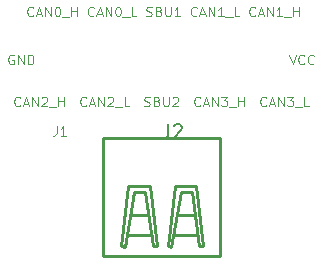
<source format=gbr>
%TF.GenerationSoftware,KiCad,Pcbnew,7.0.5*%
%TF.CreationDate,2024-03-06T09:17:32-05:00*%
%TF.ProjectId,SaberCord_Copy_Male,53616265-7243-46f7-9264-5f436f70795f,rev?*%
%TF.SameCoordinates,Original*%
%TF.FileFunction,Legend,Top*%
%TF.FilePolarity,Positive*%
%FSLAX46Y46*%
G04 Gerber Fmt 4.6, Leading zero omitted, Abs format (unit mm)*
G04 Created by KiCad (PCBNEW 7.0.5) date 2024-03-06 09:17:32*
%MOMM*%
%LPD*%
G01*
G04 APERTURE LIST*
%ADD10C,0.152000*%
%ADD11C,0.100000*%
%ADD12C,0.254000*%
G04 APERTURE END LIST*
D10*
%TO.C,J2*%
X140909714Y-85259869D02*
X140909714Y-86076298D01*
X140909714Y-86076298D02*
X140855285Y-86239583D01*
X140855285Y-86239583D02*
X140746428Y-86348441D01*
X140746428Y-86348441D02*
X140583142Y-86402869D01*
X140583142Y-86402869D02*
X140474285Y-86402869D01*
X141399571Y-85368726D02*
X141453999Y-85314298D01*
X141453999Y-85314298D02*
X141562857Y-85259869D01*
X141562857Y-85259869D02*
X141834999Y-85259869D01*
X141834999Y-85259869D02*
X141943857Y-85314298D01*
X141943857Y-85314298D02*
X141998285Y-85368726D01*
X141998285Y-85368726D02*
X142052714Y-85477583D01*
X142052714Y-85477583D02*
X142052714Y-85586441D01*
X142052714Y-85586441D02*
X141998285Y-85749726D01*
X141998285Y-85749726D02*
X141345142Y-86402869D01*
X141345142Y-86402869D02*
X142052714Y-86402869D01*
D11*
%TO.C,J1*%
X131432333Y-85416895D02*
X131432333Y-85988323D01*
X131432333Y-85988323D02*
X131394238Y-86102609D01*
X131394238Y-86102609D02*
X131318047Y-86178800D01*
X131318047Y-86178800D02*
X131203762Y-86216895D01*
X131203762Y-86216895D02*
X131127571Y-86216895D01*
X132232333Y-86216895D02*
X131775190Y-86216895D01*
X132003762Y-86216895D02*
X132003762Y-85416895D01*
X132003762Y-85416895D02*
X131927571Y-85531180D01*
X131927571Y-85531180D02*
X131851381Y-85607371D01*
X131851381Y-85607371D02*
X131775190Y-85645466D01*
X151144979Y-79360895D02*
X151411646Y-80160895D01*
X151411646Y-80160895D02*
X151678312Y-79360895D01*
X152402122Y-80084704D02*
X152364026Y-80122800D01*
X152364026Y-80122800D02*
X152249741Y-80160895D01*
X152249741Y-80160895D02*
X152173550Y-80160895D01*
X152173550Y-80160895D02*
X152059264Y-80122800D01*
X152059264Y-80122800D02*
X151983074Y-80046609D01*
X151983074Y-80046609D02*
X151944979Y-79970419D01*
X151944979Y-79970419D02*
X151906883Y-79818038D01*
X151906883Y-79818038D02*
X151906883Y-79703752D01*
X151906883Y-79703752D02*
X151944979Y-79551371D01*
X151944979Y-79551371D02*
X151983074Y-79475180D01*
X151983074Y-79475180D02*
X152059264Y-79398990D01*
X152059264Y-79398990D02*
X152173550Y-79360895D01*
X152173550Y-79360895D02*
X152249741Y-79360895D01*
X152249741Y-79360895D02*
X152364026Y-79398990D01*
X152364026Y-79398990D02*
X152402122Y-79437085D01*
X153202122Y-80084704D02*
X153164026Y-80122800D01*
X153164026Y-80122800D02*
X153049741Y-80160895D01*
X153049741Y-80160895D02*
X152973550Y-80160895D01*
X152973550Y-80160895D02*
X152859264Y-80122800D01*
X152859264Y-80122800D02*
X152783074Y-80046609D01*
X152783074Y-80046609D02*
X152744979Y-79970419D01*
X152744979Y-79970419D02*
X152706883Y-79818038D01*
X152706883Y-79818038D02*
X152706883Y-79703752D01*
X152706883Y-79703752D02*
X152744979Y-79551371D01*
X152744979Y-79551371D02*
X152783074Y-79475180D01*
X152783074Y-79475180D02*
X152859264Y-79398990D01*
X152859264Y-79398990D02*
X152973550Y-79360895D01*
X152973550Y-79360895D02*
X153049741Y-79360895D01*
X153049741Y-79360895D02*
X153164026Y-79398990D01*
X153164026Y-79398990D02*
X153202122Y-79437085D01*
X143588408Y-83640704D02*
X143550312Y-83678800D01*
X143550312Y-83678800D02*
X143436027Y-83716895D01*
X143436027Y-83716895D02*
X143359836Y-83716895D01*
X143359836Y-83716895D02*
X143245550Y-83678800D01*
X143245550Y-83678800D02*
X143169360Y-83602609D01*
X143169360Y-83602609D02*
X143131265Y-83526419D01*
X143131265Y-83526419D02*
X143093169Y-83374038D01*
X143093169Y-83374038D02*
X143093169Y-83259752D01*
X143093169Y-83259752D02*
X143131265Y-83107371D01*
X143131265Y-83107371D02*
X143169360Y-83031180D01*
X143169360Y-83031180D02*
X143245550Y-82954990D01*
X143245550Y-82954990D02*
X143359836Y-82916895D01*
X143359836Y-82916895D02*
X143436027Y-82916895D01*
X143436027Y-82916895D02*
X143550312Y-82954990D01*
X143550312Y-82954990D02*
X143588408Y-82993085D01*
X143893169Y-83488323D02*
X144274122Y-83488323D01*
X143816979Y-83716895D02*
X144083646Y-82916895D01*
X144083646Y-82916895D02*
X144350312Y-83716895D01*
X144616979Y-83716895D02*
X144616979Y-82916895D01*
X144616979Y-82916895D02*
X145074122Y-83716895D01*
X145074122Y-83716895D02*
X145074122Y-82916895D01*
X145378883Y-82916895D02*
X145874121Y-82916895D01*
X145874121Y-82916895D02*
X145607455Y-83221657D01*
X145607455Y-83221657D02*
X145721740Y-83221657D01*
X145721740Y-83221657D02*
X145797931Y-83259752D01*
X145797931Y-83259752D02*
X145836026Y-83297847D01*
X145836026Y-83297847D02*
X145874121Y-83374038D01*
X145874121Y-83374038D02*
X145874121Y-83564514D01*
X145874121Y-83564514D02*
X145836026Y-83640704D01*
X145836026Y-83640704D02*
X145797931Y-83678800D01*
X145797931Y-83678800D02*
X145721740Y-83716895D01*
X145721740Y-83716895D02*
X145493169Y-83716895D01*
X145493169Y-83716895D02*
X145416978Y-83678800D01*
X145416978Y-83678800D02*
X145378883Y-83640704D01*
X146026503Y-83793085D02*
X146636026Y-83793085D01*
X146826503Y-83716895D02*
X146826503Y-82916895D01*
X146826503Y-83297847D02*
X147283646Y-83297847D01*
X147283646Y-83716895D02*
X147283646Y-82916895D01*
X134577789Y-76020704D02*
X134539693Y-76058800D01*
X134539693Y-76058800D02*
X134425408Y-76096895D01*
X134425408Y-76096895D02*
X134349217Y-76096895D01*
X134349217Y-76096895D02*
X134234931Y-76058800D01*
X134234931Y-76058800D02*
X134158741Y-75982609D01*
X134158741Y-75982609D02*
X134120646Y-75906419D01*
X134120646Y-75906419D02*
X134082550Y-75754038D01*
X134082550Y-75754038D02*
X134082550Y-75639752D01*
X134082550Y-75639752D02*
X134120646Y-75487371D01*
X134120646Y-75487371D02*
X134158741Y-75411180D01*
X134158741Y-75411180D02*
X134234931Y-75334990D01*
X134234931Y-75334990D02*
X134349217Y-75296895D01*
X134349217Y-75296895D02*
X134425408Y-75296895D01*
X134425408Y-75296895D02*
X134539693Y-75334990D01*
X134539693Y-75334990D02*
X134577789Y-75373085D01*
X134882550Y-75868323D02*
X135263503Y-75868323D01*
X134806360Y-76096895D02*
X135073027Y-75296895D01*
X135073027Y-75296895D02*
X135339693Y-76096895D01*
X135606360Y-76096895D02*
X135606360Y-75296895D01*
X135606360Y-75296895D02*
X136063503Y-76096895D01*
X136063503Y-76096895D02*
X136063503Y-75296895D01*
X136596836Y-75296895D02*
X136673026Y-75296895D01*
X136673026Y-75296895D02*
X136749217Y-75334990D01*
X136749217Y-75334990D02*
X136787312Y-75373085D01*
X136787312Y-75373085D02*
X136825407Y-75449276D01*
X136825407Y-75449276D02*
X136863502Y-75601657D01*
X136863502Y-75601657D02*
X136863502Y-75792133D01*
X136863502Y-75792133D02*
X136825407Y-75944514D01*
X136825407Y-75944514D02*
X136787312Y-76020704D01*
X136787312Y-76020704D02*
X136749217Y-76058800D01*
X136749217Y-76058800D02*
X136673026Y-76096895D01*
X136673026Y-76096895D02*
X136596836Y-76096895D01*
X136596836Y-76096895D02*
X136520645Y-76058800D01*
X136520645Y-76058800D02*
X136482550Y-76020704D01*
X136482550Y-76020704D02*
X136444455Y-75944514D01*
X136444455Y-75944514D02*
X136406359Y-75792133D01*
X136406359Y-75792133D02*
X136406359Y-75601657D01*
X136406359Y-75601657D02*
X136444455Y-75449276D01*
X136444455Y-75449276D02*
X136482550Y-75373085D01*
X136482550Y-75373085D02*
X136520645Y-75334990D01*
X136520645Y-75334990D02*
X136596836Y-75296895D01*
X137015884Y-76173085D02*
X137625407Y-76173085D01*
X138196836Y-76096895D02*
X137815884Y-76096895D01*
X137815884Y-76096895D02*
X137815884Y-75296895D01*
X139029169Y-76058800D02*
X139143455Y-76096895D01*
X139143455Y-76096895D02*
X139333931Y-76096895D01*
X139333931Y-76096895D02*
X139410122Y-76058800D01*
X139410122Y-76058800D02*
X139448217Y-76020704D01*
X139448217Y-76020704D02*
X139486312Y-75944514D01*
X139486312Y-75944514D02*
X139486312Y-75868323D01*
X139486312Y-75868323D02*
X139448217Y-75792133D01*
X139448217Y-75792133D02*
X139410122Y-75754038D01*
X139410122Y-75754038D02*
X139333931Y-75715942D01*
X139333931Y-75715942D02*
X139181550Y-75677847D01*
X139181550Y-75677847D02*
X139105360Y-75639752D01*
X139105360Y-75639752D02*
X139067265Y-75601657D01*
X139067265Y-75601657D02*
X139029169Y-75525466D01*
X139029169Y-75525466D02*
X139029169Y-75449276D01*
X139029169Y-75449276D02*
X139067265Y-75373085D01*
X139067265Y-75373085D02*
X139105360Y-75334990D01*
X139105360Y-75334990D02*
X139181550Y-75296895D01*
X139181550Y-75296895D02*
X139372027Y-75296895D01*
X139372027Y-75296895D02*
X139486312Y-75334990D01*
X140095836Y-75677847D02*
X140210122Y-75715942D01*
X140210122Y-75715942D02*
X140248217Y-75754038D01*
X140248217Y-75754038D02*
X140286313Y-75830228D01*
X140286313Y-75830228D02*
X140286313Y-75944514D01*
X140286313Y-75944514D02*
X140248217Y-76020704D01*
X140248217Y-76020704D02*
X140210122Y-76058800D01*
X140210122Y-76058800D02*
X140133932Y-76096895D01*
X140133932Y-76096895D02*
X139829170Y-76096895D01*
X139829170Y-76096895D02*
X139829170Y-75296895D01*
X139829170Y-75296895D02*
X140095836Y-75296895D01*
X140095836Y-75296895D02*
X140172027Y-75334990D01*
X140172027Y-75334990D02*
X140210122Y-75373085D01*
X140210122Y-75373085D02*
X140248217Y-75449276D01*
X140248217Y-75449276D02*
X140248217Y-75525466D01*
X140248217Y-75525466D02*
X140210122Y-75601657D01*
X140210122Y-75601657D02*
X140172027Y-75639752D01*
X140172027Y-75639752D02*
X140095836Y-75677847D01*
X140095836Y-75677847D02*
X139829170Y-75677847D01*
X140629170Y-75296895D02*
X140629170Y-75944514D01*
X140629170Y-75944514D02*
X140667265Y-76020704D01*
X140667265Y-76020704D02*
X140705360Y-76058800D01*
X140705360Y-76058800D02*
X140781551Y-76096895D01*
X140781551Y-76096895D02*
X140933932Y-76096895D01*
X140933932Y-76096895D02*
X141010122Y-76058800D01*
X141010122Y-76058800D02*
X141048217Y-76020704D01*
X141048217Y-76020704D02*
X141086313Y-75944514D01*
X141086313Y-75944514D02*
X141086313Y-75296895D01*
X141886312Y-76096895D02*
X141429169Y-76096895D01*
X141657741Y-76096895D02*
X141657741Y-75296895D01*
X141657741Y-75296895D02*
X141581550Y-75411180D01*
X141581550Y-75411180D02*
X141505360Y-75487371D01*
X141505360Y-75487371D02*
X141429169Y-75525466D01*
X127802312Y-79398990D02*
X127726122Y-79360895D01*
X127726122Y-79360895D02*
X127611836Y-79360895D01*
X127611836Y-79360895D02*
X127497550Y-79398990D01*
X127497550Y-79398990D02*
X127421360Y-79475180D01*
X127421360Y-79475180D02*
X127383265Y-79551371D01*
X127383265Y-79551371D02*
X127345169Y-79703752D01*
X127345169Y-79703752D02*
X127345169Y-79818038D01*
X127345169Y-79818038D02*
X127383265Y-79970419D01*
X127383265Y-79970419D02*
X127421360Y-80046609D01*
X127421360Y-80046609D02*
X127497550Y-80122800D01*
X127497550Y-80122800D02*
X127611836Y-80160895D01*
X127611836Y-80160895D02*
X127688027Y-80160895D01*
X127688027Y-80160895D02*
X127802312Y-80122800D01*
X127802312Y-80122800D02*
X127840408Y-80084704D01*
X127840408Y-80084704D02*
X127840408Y-79818038D01*
X127840408Y-79818038D02*
X127688027Y-79818038D01*
X128183265Y-80160895D02*
X128183265Y-79360895D01*
X128183265Y-79360895D02*
X128640408Y-80160895D01*
X128640408Y-80160895D02*
X128640408Y-79360895D01*
X129021360Y-80160895D02*
X129021360Y-79360895D01*
X129021360Y-79360895D02*
X129211836Y-79360895D01*
X129211836Y-79360895D02*
X129326122Y-79398990D01*
X129326122Y-79398990D02*
X129402312Y-79475180D01*
X129402312Y-79475180D02*
X129440407Y-79551371D01*
X129440407Y-79551371D02*
X129478503Y-79703752D01*
X129478503Y-79703752D02*
X129478503Y-79818038D01*
X129478503Y-79818038D02*
X129440407Y-79970419D01*
X129440407Y-79970419D02*
X129402312Y-80046609D01*
X129402312Y-80046609D02*
X129326122Y-80122800D01*
X129326122Y-80122800D02*
X129211836Y-80160895D01*
X129211836Y-80160895D02*
X129021360Y-80160895D01*
X138867121Y-83678800D02*
X138981407Y-83716895D01*
X138981407Y-83716895D02*
X139171883Y-83716895D01*
X139171883Y-83716895D02*
X139248074Y-83678800D01*
X139248074Y-83678800D02*
X139286169Y-83640704D01*
X139286169Y-83640704D02*
X139324264Y-83564514D01*
X139324264Y-83564514D02*
X139324264Y-83488323D01*
X139324264Y-83488323D02*
X139286169Y-83412133D01*
X139286169Y-83412133D02*
X139248074Y-83374038D01*
X139248074Y-83374038D02*
X139171883Y-83335942D01*
X139171883Y-83335942D02*
X139019502Y-83297847D01*
X139019502Y-83297847D02*
X138943312Y-83259752D01*
X138943312Y-83259752D02*
X138905217Y-83221657D01*
X138905217Y-83221657D02*
X138867121Y-83145466D01*
X138867121Y-83145466D02*
X138867121Y-83069276D01*
X138867121Y-83069276D02*
X138905217Y-82993085D01*
X138905217Y-82993085D02*
X138943312Y-82954990D01*
X138943312Y-82954990D02*
X139019502Y-82916895D01*
X139019502Y-82916895D02*
X139209979Y-82916895D01*
X139209979Y-82916895D02*
X139324264Y-82954990D01*
X139933788Y-83297847D02*
X140048074Y-83335942D01*
X140048074Y-83335942D02*
X140086169Y-83374038D01*
X140086169Y-83374038D02*
X140124265Y-83450228D01*
X140124265Y-83450228D02*
X140124265Y-83564514D01*
X140124265Y-83564514D02*
X140086169Y-83640704D01*
X140086169Y-83640704D02*
X140048074Y-83678800D01*
X140048074Y-83678800D02*
X139971884Y-83716895D01*
X139971884Y-83716895D02*
X139667122Y-83716895D01*
X139667122Y-83716895D02*
X139667122Y-82916895D01*
X139667122Y-82916895D02*
X139933788Y-82916895D01*
X139933788Y-82916895D02*
X140009979Y-82954990D01*
X140009979Y-82954990D02*
X140048074Y-82993085D01*
X140048074Y-82993085D02*
X140086169Y-83069276D01*
X140086169Y-83069276D02*
X140086169Y-83145466D01*
X140086169Y-83145466D02*
X140048074Y-83221657D01*
X140048074Y-83221657D02*
X140009979Y-83259752D01*
X140009979Y-83259752D02*
X139933788Y-83297847D01*
X139933788Y-83297847D02*
X139667122Y-83297847D01*
X140467122Y-82916895D02*
X140467122Y-83564514D01*
X140467122Y-83564514D02*
X140505217Y-83640704D01*
X140505217Y-83640704D02*
X140543312Y-83678800D01*
X140543312Y-83678800D02*
X140619503Y-83716895D01*
X140619503Y-83716895D02*
X140771884Y-83716895D01*
X140771884Y-83716895D02*
X140848074Y-83678800D01*
X140848074Y-83678800D02*
X140886169Y-83640704D01*
X140886169Y-83640704D02*
X140924265Y-83564514D01*
X140924265Y-83564514D02*
X140924265Y-82916895D01*
X141267121Y-82993085D02*
X141305217Y-82954990D01*
X141305217Y-82954990D02*
X141381407Y-82916895D01*
X141381407Y-82916895D02*
X141571883Y-82916895D01*
X141571883Y-82916895D02*
X141648074Y-82954990D01*
X141648074Y-82954990D02*
X141686169Y-82993085D01*
X141686169Y-82993085D02*
X141724264Y-83069276D01*
X141724264Y-83069276D02*
X141724264Y-83145466D01*
X141724264Y-83145466D02*
X141686169Y-83259752D01*
X141686169Y-83259752D02*
X141229026Y-83716895D01*
X141229026Y-83716895D02*
X141724264Y-83716895D01*
X128357884Y-83640704D02*
X128319788Y-83678800D01*
X128319788Y-83678800D02*
X128205503Y-83716895D01*
X128205503Y-83716895D02*
X128129312Y-83716895D01*
X128129312Y-83716895D02*
X128015026Y-83678800D01*
X128015026Y-83678800D02*
X127938836Y-83602609D01*
X127938836Y-83602609D02*
X127900741Y-83526419D01*
X127900741Y-83526419D02*
X127862645Y-83374038D01*
X127862645Y-83374038D02*
X127862645Y-83259752D01*
X127862645Y-83259752D02*
X127900741Y-83107371D01*
X127900741Y-83107371D02*
X127938836Y-83031180D01*
X127938836Y-83031180D02*
X128015026Y-82954990D01*
X128015026Y-82954990D02*
X128129312Y-82916895D01*
X128129312Y-82916895D02*
X128205503Y-82916895D01*
X128205503Y-82916895D02*
X128319788Y-82954990D01*
X128319788Y-82954990D02*
X128357884Y-82993085D01*
X128662645Y-83488323D02*
X129043598Y-83488323D01*
X128586455Y-83716895D02*
X128853122Y-82916895D01*
X128853122Y-82916895D02*
X129119788Y-83716895D01*
X129386455Y-83716895D02*
X129386455Y-82916895D01*
X129386455Y-82916895D02*
X129843598Y-83716895D01*
X129843598Y-83716895D02*
X129843598Y-82916895D01*
X130186454Y-82993085D02*
X130224550Y-82954990D01*
X130224550Y-82954990D02*
X130300740Y-82916895D01*
X130300740Y-82916895D02*
X130491216Y-82916895D01*
X130491216Y-82916895D02*
X130567407Y-82954990D01*
X130567407Y-82954990D02*
X130605502Y-82993085D01*
X130605502Y-82993085D02*
X130643597Y-83069276D01*
X130643597Y-83069276D02*
X130643597Y-83145466D01*
X130643597Y-83145466D02*
X130605502Y-83259752D01*
X130605502Y-83259752D02*
X130148359Y-83716895D01*
X130148359Y-83716895D02*
X130643597Y-83716895D01*
X130795979Y-83793085D02*
X131405502Y-83793085D01*
X131595979Y-83716895D02*
X131595979Y-82916895D01*
X131595979Y-83297847D02*
X132053122Y-83297847D01*
X132053122Y-83716895D02*
X132053122Y-82916895D01*
X129440694Y-76020704D02*
X129402598Y-76058800D01*
X129402598Y-76058800D02*
X129288313Y-76096895D01*
X129288313Y-76096895D02*
X129212122Y-76096895D01*
X129212122Y-76096895D02*
X129097836Y-76058800D01*
X129097836Y-76058800D02*
X129021646Y-75982609D01*
X129021646Y-75982609D02*
X128983551Y-75906419D01*
X128983551Y-75906419D02*
X128945455Y-75754038D01*
X128945455Y-75754038D02*
X128945455Y-75639752D01*
X128945455Y-75639752D02*
X128983551Y-75487371D01*
X128983551Y-75487371D02*
X129021646Y-75411180D01*
X129021646Y-75411180D02*
X129097836Y-75334990D01*
X129097836Y-75334990D02*
X129212122Y-75296895D01*
X129212122Y-75296895D02*
X129288313Y-75296895D01*
X129288313Y-75296895D02*
X129402598Y-75334990D01*
X129402598Y-75334990D02*
X129440694Y-75373085D01*
X129745455Y-75868323D02*
X130126408Y-75868323D01*
X129669265Y-76096895D02*
X129935932Y-75296895D01*
X129935932Y-75296895D02*
X130202598Y-76096895D01*
X130469265Y-76096895D02*
X130469265Y-75296895D01*
X130469265Y-75296895D02*
X130926408Y-76096895D01*
X130926408Y-76096895D02*
X130926408Y-75296895D01*
X131459741Y-75296895D02*
X131535931Y-75296895D01*
X131535931Y-75296895D02*
X131612122Y-75334990D01*
X131612122Y-75334990D02*
X131650217Y-75373085D01*
X131650217Y-75373085D02*
X131688312Y-75449276D01*
X131688312Y-75449276D02*
X131726407Y-75601657D01*
X131726407Y-75601657D02*
X131726407Y-75792133D01*
X131726407Y-75792133D02*
X131688312Y-75944514D01*
X131688312Y-75944514D02*
X131650217Y-76020704D01*
X131650217Y-76020704D02*
X131612122Y-76058800D01*
X131612122Y-76058800D02*
X131535931Y-76096895D01*
X131535931Y-76096895D02*
X131459741Y-76096895D01*
X131459741Y-76096895D02*
X131383550Y-76058800D01*
X131383550Y-76058800D02*
X131345455Y-76020704D01*
X131345455Y-76020704D02*
X131307360Y-75944514D01*
X131307360Y-75944514D02*
X131269264Y-75792133D01*
X131269264Y-75792133D02*
X131269264Y-75601657D01*
X131269264Y-75601657D02*
X131307360Y-75449276D01*
X131307360Y-75449276D02*
X131345455Y-75373085D01*
X131345455Y-75373085D02*
X131383550Y-75334990D01*
X131383550Y-75334990D02*
X131459741Y-75296895D01*
X131878789Y-76173085D02*
X132488312Y-76173085D01*
X132678789Y-76096895D02*
X132678789Y-75296895D01*
X132678789Y-75677847D02*
X133135932Y-75677847D01*
X133135932Y-76096895D02*
X133135932Y-75296895D01*
X149185884Y-83640704D02*
X149147788Y-83678800D01*
X149147788Y-83678800D02*
X149033503Y-83716895D01*
X149033503Y-83716895D02*
X148957312Y-83716895D01*
X148957312Y-83716895D02*
X148843026Y-83678800D01*
X148843026Y-83678800D02*
X148766836Y-83602609D01*
X148766836Y-83602609D02*
X148728741Y-83526419D01*
X148728741Y-83526419D02*
X148690645Y-83374038D01*
X148690645Y-83374038D02*
X148690645Y-83259752D01*
X148690645Y-83259752D02*
X148728741Y-83107371D01*
X148728741Y-83107371D02*
X148766836Y-83031180D01*
X148766836Y-83031180D02*
X148843026Y-82954990D01*
X148843026Y-82954990D02*
X148957312Y-82916895D01*
X148957312Y-82916895D02*
X149033503Y-82916895D01*
X149033503Y-82916895D02*
X149147788Y-82954990D01*
X149147788Y-82954990D02*
X149185884Y-82993085D01*
X149490645Y-83488323D02*
X149871598Y-83488323D01*
X149414455Y-83716895D02*
X149681122Y-82916895D01*
X149681122Y-82916895D02*
X149947788Y-83716895D01*
X150214455Y-83716895D02*
X150214455Y-82916895D01*
X150214455Y-82916895D02*
X150671598Y-83716895D01*
X150671598Y-83716895D02*
X150671598Y-82916895D01*
X150976359Y-82916895D02*
X151471597Y-82916895D01*
X151471597Y-82916895D02*
X151204931Y-83221657D01*
X151204931Y-83221657D02*
X151319216Y-83221657D01*
X151319216Y-83221657D02*
X151395407Y-83259752D01*
X151395407Y-83259752D02*
X151433502Y-83297847D01*
X151433502Y-83297847D02*
X151471597Y-83374038D01*
X151471597Y-83374038D02*
X151471597Y-83564514D01*
X151471597Y-83564514D02*
X151433502Y-83640704D01*
X151433502Y-83640704D02*
X151395407Y-83678800D01*
X151395407Y-83678800D02*
X151319216Y-83716895D01*
X151319216Y-83716895D02*
X151090645Y-83716895D01*
X151090645Y-83716895D02*
X151014454Y-83678800D01*
X151014454Y-83678800D02*
X150976359Y-83640704D01*
X151623979Y-83793085D02*
X152233502Y-83793085D01*
X152804931Y-83716895D02*
X152423979Y-83716895D01*
X152423979Y-83716895D02*
X152423979Y-82916895D01*
X143290075Y-76020704D02*
X143251979Y-76058800D01*
X143251979Y-76058800D02*
X143137694Y-76096895D01*
X143137694Y-76096895D02*
X143061503Y-76096895D01*
X143061503Y-76096895D02*
X142947217Y-76058800D01*
X142947217Y-76058800D02*
X142871027Y-75982609D01*
X142871027Y-75982609D02*
X142832932Y-75906419D01*
X142832932Y-75906419D02*
X142794836Y-75754038D01*
X142794836Y-75754038D02*
X142794836Y-75639752D01*
X142794836Y-75639752D02*
X142832932Y-75487371D01*
X142832932Y-75487371D02*
X142871027Y-75411180D01*
X142871027Y-75411180D02*
X142947217Y-75334990D01*
X142947217Y-75334990D02*
X143061503Y-75296895D01*
X143061503Y-75296895D02*
X143137694Y-75296895D01*
X143137694Y-75296895D02*
X143251979Y-75334990D01*
X143251979Y-75334990D02*
X143290075Y-75373085D01*
X143594836Y-75868323D02*
X143975789Y-75868323D01*
X143518646Y-76096895D02*
X143785313Y-75296895D01*
X143785313Y-75296895D02*
X144051979Y-76096895D01*
X144318646Y-76096895D02*
X144318646Y-75296895D01*
X144318646Y-75296895D02*
X144775789Y-76096895D01*
X144775789Y-76096895D02*
X144775789Y-75296895D01*
X145575788Y-76096895D02*
X145118645Y-76096895D01*
X145347217Y-76096895D02*
X145347217Y-75296895D01*
X145347217Y-75296895D02*
X145271026Y-75411180D01*
X145271026Y-75411180D02*
X145194836Y-75487371D01*
X145194836Y-75487371D02*
X145118645Y-75525466D01*
X145728170Y-76173085D02*
X146337693Y-76173085D01*
X146909122Y-76096895D02*
X146528170Y-76096895D01*
X146528170Y-76096895D02*
X146528170Y-75296895D01*
X133955360Y-83640704D02*
X133917264Y-83678800D01*
X133917264Y-83678800D02*
X133802979Y-83716895D01*
X133802979Y-83716895D02*
X133726788Y-83716895D01*
X133726788Y-83716895D02*
X133612502Y-83678800D01*
X133612502Y-83678800D02*
X133536312Y-83602609D01*
X133536312Y-83602609D02*
X133498217Y-83526419D01*
X133498217Y-83526419D02*
X133460121Y-83374038D01*
X133460121Y-83374038D02*
X133460121Y-83259752D01*
X133460121Y-83259752D02*
X133498217Y-83107371D01*
X133498217Y-83107371D02*
X133536312Y-83031180D01*
X133536312Y-83031180D02*
X133612502Y-82954990D01*
X133612502Y-82954990D02*
X133726788Y-82916895D01*
X133726788Y-82916895D02*
X133802979Y-82916895D01*
X133802979Y-82916895D02*
X133917264Y-82954990D01*
X133917264Y-82954990D02*
X133955360Y-82993085D01*
X134260121Y-83488323D02*
X134641074Y-83488323D01*
X134183931Y-83716895D02*
X134450598Y-82916895D01*
X134450598Y-82916895D02*
X134717264Y-83716895D01*
X134983931Y-83716895D02*
X134983931Y-82916895D01*
X134983931Y-82916895D02*
X135441074Y-83716895D01*
X135441074Y-83716895D02*
X135441074Y-82916895D01*
X135783930Y-82993085D02*
X135822026Y-82954990D01*
X135822026Y-82954990D02*
X135898216Y-82916895D01*
X135898216Y-82916895D02*
X136088692Y-82916895D01*
X136088692Y-82916895D02*
X136164883Y-82954990D01*
X136164883Y-82954990D02*
X136202978Y-82993085D01*
X136202978Y-82993085D02*
X136241073Y-83069276D01*
X136241073Y-83069276D02*
X136241073Y-83145466D01*
X136241073Y-83145466D02*
X136202978Y-83259752D01*
X136202978Y-83259752D02*
X135745835Y-83716895D01*
X135745835Y-83716895D02*
X136241073Y-83716895D01*
X136393455Y-83793085D02*
X137002978Y-83793085D01*
X137574407Y-83716895D02*
X137193455Y-83716895D01*
X137193455Y-83716895D02*
X137193455Y-82916895D01*
X148236694Y-76020704D02*
X148198598Y-76058800D01*
X148198598Y-76058800D02*
X148084313Y-76096895D01*
X148084313Y-76096895D02*
X148008122Y-76096895D01*
X148008122Y-76096895D02*
X147893836Y-76058800D01*
X147893836Y-76058800D02*
X147817646Y-75982609D01*
X147817646Y-75982609D02*
X147779551Y-75906419D01*
X147779551Y-75906419D02*
X147741455Y-75754038D01*
X147741455Y-75754038D02*
X147741455Y-75639752D01*
X147741455Y-75639752D02*
X147779551Y-75487371D01*
X147779551Y-75487371D02*
X147817646Y-75411180D01*
X147817646Y-75411180D02*
X147893836Y-75334990D01*
X147893836Y-75334990D02*
X148008122Y-75296895D01*
X148008122Y-75296895D02*
X148084313Y-75296895D01*
X148084313Y-75296895D02*
X148198598Y-75334990D01*
X148198598Y-75334990D02*
X148236694Y-75373085D01*
X148541455Y-75868323D02*
X148922408Y-75868323D01*
X148465265Y-76096895D02*
X148731932Y-75296895D01*
X148731932Y-75296895D02*
X148998598Y-76096895D01*
X149265265Y-76096895D02*
X149265265Y-75296895D01*
X149265265Y-75296895D02*
X149722408Y-76096895D01*
X149722408Y-76096895D02*
X149722408Y-75296895D01*
X150522407Y-76096895D02*
X150065264Y-76096895D01*
X150293836Y-76096895D02*
X150293836Y-75296895D01*
X150293836Y-75296895D02*
X150217645Y-75411180D01*
X150217645Y-75411180D02*
X150141455Y-75487371D01*
X150141455Y-75487371D02*
X150065264Y-75525466D01*
X150674789Y-76173085D02*
X151284312Y-76173085D01*
X151474789Y-76096895D02*
X151474789Y-75296895D01*
X151474789Y-75677847D02*
X151931932Y-75677847D01*
X151931932Y-76096895D02*
X151931932Y-75296895D01*
D12*
%TO.C,J2*%
X135382000Y-86412000D02*
X145282000Y-86412000D01*
X135382000Y-96412000D02*
X135382000Y-86412000D01*
X136906000Y-95556000D02*
X137490000Y-90501000D01*
X137211000Y-95607000D02*
X136906000Y-95556000D01*
X137490000Y-90501000D02*
X139344000Y-90501000D01*
X137998000Y-91009000D02*
X137211000Y-95607000D01*
X138938000Y-91009000D02*
X137998000Y-91009000D01*
X139166000Y-92889000D02*
X137719000Y-92889000D01*
X139344000Y-90501000D02*
X139926000Y-95548000D01*
X139497000Y-94641000D02*
X137414000Y-94641000D01*
X139593000Y-95574000D02*
X138938000Y-91009000D01*
X139926000Y-95548000D02*
X139593000Y-95574000D01*
X140843000Y-95556000D02*
X141148000Y-95607000D01*
X141148000Y-95607000D02*
X141935000Y-91009000D01*
X141427000Y-90501000D02*
X140843000Y-95556000D01*
X141935000Y-91009000D02*
X142875000Y-91009000D01*
X142875000Y-91009000D02*
X143530000Y-95574000D01*
X143104000Y-92889000D02*
X141656000Y-92889000D01*
X143281000Y-90501000D02*
X141427000Y-90501000D01*
X143434000Y-94641000D02*
X141351000Y-94641000D01*
X143530000Y-95574000D02*
X143863000Y-95548000D01*
X143863000Y-95548000D02*
X143281000Y-90501000D01*
X145282000Y-86412000D02*
X145282000Y-96412000D01*
X145282000Y-96412000D02*
X135382000Y-96412000D01*
%TD*%
M02*

</source>
